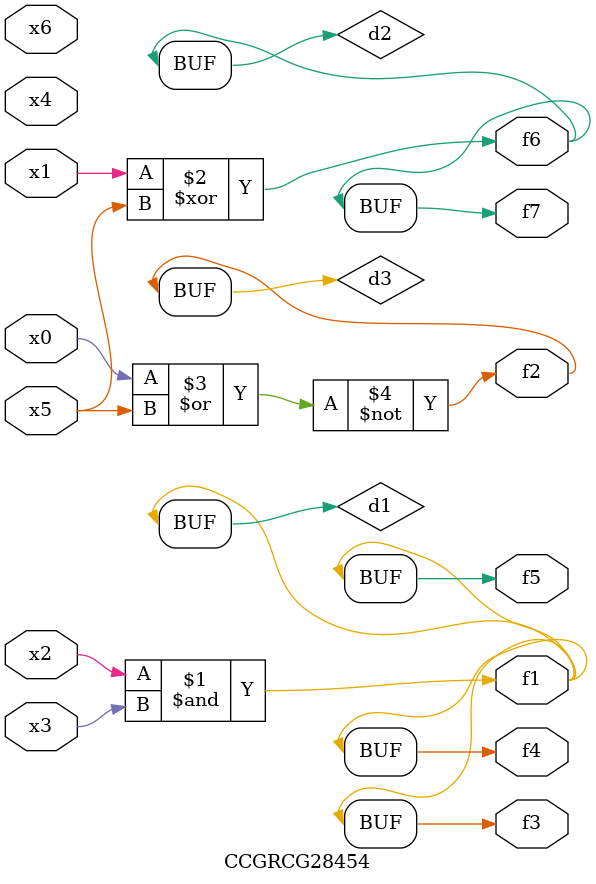
<source format=v>
module CCGRCG28454(
	input x0, x1, x2, x3, x4, x5, x6,
	output f1, f2, f3, f4, f5, f6, f7
);

	wire d1, d2, d3;

	and (d1, x2, x3);
	xor (d2, x1, x5);
	nor (d3, x0, x5);
	assign f1 = d1;
	assign f2 = d3;
	assign f3 = d1;
	assign f4 = d1;
	assign f5 = d1;
	assign f6 = d2;
	assign f7 = d2;
endmodule

</source>
